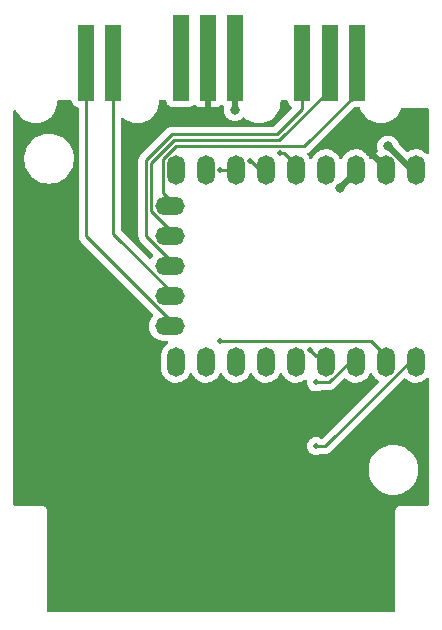
<source format=gbr>
%TF.GenerationSoftware,KiCad,Pcbnew,(6.0.5)*%
%TF.CreationDate,2023-02-05T19:42:25+01:00*%
%TF.ProjectId,PicoMemcard-rp2040zero,5069636f-4d65-46d6-9361-72642d727032,1.3.1*%
%TF.SameCoordinates,Original*%
%TF.FileFunction,Copper,L1,Top*%
%TF.FilePolarity,Positive*%
%FSLAX46Y46*%
G04 Gerber Fmt 4.6, Leading zero omitted, Abs format (unit mm)*
G04 Created by KiCad (PCBNEW (6.0.5)) date 2023-02-05 19:42:25*
%MOMM*%
%LPD*%
G01*
G04 APERTURE LIST*
%TA.AperFunction,SMDPad,CuDef*%
%ADD10O,1.500000X2.500000*%
%TD*%
%TA.AperFunction,SMDPad,CuDef*%
%ADD11O,2.500000X1.500000*%
%TD*%
%TA.AperFunction,SMDPad,CuDef*%
%ADD12R,1.400000X6.500000*%
%TD*%
%TA.AperFunction,SMDPad,CuDef*%
%ADD13R,1.400000X7.300000*%
%TD*%
%TA.AperFunction,ViaPad*%
%ADD14C,0.800000*%
%TD*%
%TA.AperFunction,ViaPad*%
%ADD15C,0.500000*%
%TD*%
%TA.AperFunction,Conductor*%
%ADD16C,0.254000*%
%TD*%
%TA.AperFunction,Conductor*%
%ADD17C,0.500000*%
%TD*%
G04 APERTURE END LIST*
D10*
%TO.P,U1,1,0*%
%TO.N,MISO*%
X165420000Y-92930000D03*
%TO.P,U1,2,1*%
%TO.N,CS*%
X162880000Y-92930000D03*
%TO.P,U1,3,2*%
%TO.N,SCK*%
X160340000Y-92930000D03*
%TO.P,U1,4,3*%
%TO.N,MOSI*%
X157800000Y-92930000D03*
%TO.P,U1,5,4*%
%TO.N,unconnected-(U1-Pad5)*%
X155260000Y-92930000D03*
%TO.P,U1,6,5*%
%TO.N,unconnected-(U1-Pad6)*%
X152720000Y-92930000D03*
%TO.P,U1,7,6*%
%TO.N,unconnected-(U1-Pad7)*%
X150180000Y-92930000D03*
%TO.P,U1,8,7*%
%TO.N,unconnected-(U1-Pad8)*%
X147640000Y-92930000D03*
%TO.P,U1,9,8*%
%TO.N,unconnected-(U1-Pad9)*%
X145100000Y-92930000D03*
D11*
%TO.P,U1,10,9*%
%TO.N,DAT*%
X144600000Y-89890000D03*
%TO.P,U1,11,10*%
%TO.N,CMD*%
X144600000Y-87350000D03*
%TO.P,U1,12,11*%
%TO.N,SEL*%
X144600000Y-84810000D03*
%TO.P,U1,13,12*%
%TO.N,CLK*%
X144600000Y-82270000D03*
%TO.P,U1,14,13*%
%TO.N,ACK*%
X144600000Y-79730000D03*
D10*
%TO.P,U1,15,14*%
%TO.N,unconnected-(U1-Pad15)*%
X145100000Y-76690000D03*
%TO.P,U1,16,15*%
%TO.N,unconnected-(U1-Pad16)*%
X147640000Y-76690000D03*
%TO.P,U1,17,26*%
%TO.N,GP26*%
X150180000Y-76690000D03*
%TO.P,U1,18,27*%
%TO.N,GP27*%
X152720000Y-76690000D03*
%TO.P,U1,19,28*%
%TO.N,GP28*%
X155260000Y-76690000D03*
%TO.P,U1,20,29*%
%TO.N,unconnected-(U1-Pad20)*%
X157800000Y-76690000D03*
%TO.P,U1,21,3V3*%
%TO.N,+3V3*%
X160340000Y-76690000D03*
%TO.P,U1,22,GND*%
%TO.N,GND*%
X162880000Y-76690000D03*
%TO.P,U1,23,5V*%
%TO.N,+5V*%
X165420000Y-76690000D03*
%TD*%
D12*
%TO.P,J1,1,DAT*%
%TO.N,DAT*%
X137520000Y-67600000D03*
%TO.P,J1,2,CMD*%
%TO.N,CMD*%
X139820000Y-67600000D03*
D13*
%TO.P,J1,3,7.5V*%
%TO.N,unconnected-(J1-Pad3)*%
X145520000Y-67200000D03*
%TO.P,J1,4,GND*%
%TO.N,GND*%
X147820000Y-67200000D03*
%TO.P,J1,5,5V*%
%TO.N,+5V*%
X150120000Y-67200000D03*
D12*
%TO.P,J1,6,SEL*%
%TO.N,SEL*%
X155820000Y-67600000D03*
%TO.P,J1,7,CLK*%
%TO.N,CLK*%
X158120000Y-67600000D03*
%TO.P,J1,8,ACK*%
%TO.N,ACK*%
X160420000Y-67600000D03*
%TD*%
D14*
%TO.N,GND*%
X133096000Y-80772000D03*
X146050000Y-111252000D03*
X142240000Y-92964000D03*
X141478000Y-73914000D03*
X161544000Y-75184000D03*
X156464000Y-102616000D03*
X146304000Y-72136000D03*
X163830000Y-96520000D03*
D15*
%TO.N,GP26*%
X148844000Y-76708000D03*
%TO.N,GP27*%
X151384000Y-75946000D03*
%TO.N,GP28*%
X153924000Y-75252500D03*
%TO.N,MISO*%
X156972000Y-100076000D03*
D14*
%TO.N,+5V*%
X163068000Y-74676000D03*
X150114000Y-71628000D03*
D15*
%TO.N,CS*%
X148844000Y-91186000D03*
%TO.N,SCK*%
X156972000Y-94673500D03*
%TO.N,MOSI*%
X156464000Y-91948000D03*
D14*
%TO.N,+3V3*%
X159004000Y-78232000D03*
%TD*%
D16*
%TO.N,DAT*%
X145100000Y-89890000D02*
X137520000Y-82310000D01*
X137520000Y-82310000D02*
X137520000Y-67600000D01*
%TO.N,CMD*%
X139820000Y-82070000D02*
X139820000Y-67600000D01*
X145100000Y-87350000D02*
X139820000Y-82070000D01*
D17*
%TO.N,GND*%
X161544000Y-75184000D02*
X162880000Y-76520000D01*
D16*
%TO.N,SEL*%
X142569960Y-75870040D02*
X144780000Y-73660000D01*
X144780000Y-73660000D02*
X153670000Y-73660000D01*
X142569960Y-82279960D02*
X142569960Y-75870040D01*
X145100000Y-84810000D02*
X142569960Y-82279960D01*
X155820000Y-71510000D02*
X155820000Y-67600000D01*
X153670000Y-73660000D02*
X155820000Y-71510000D01*
%TO.N,CLK*%
X153855022Y-74168000D02*
X158120000Y-69903022D01*
X143023480Y-80193480D02*
X143023480Y-76102717D01*
X144958197Y-74168000D02*
X153855022Y-74168000D01*
X145100000Y-82270000D02*
X143023480Y-80193480D01*
X143023480Y-76102717D02*
X144958197Y-74168000D01*
%TO.N,ACK*%
X145100000Y-79730000D02*
X144023480Y-78653480D01*
X144023480Y-75744091D02*
X145091571Y-74676000D01*
X145091571Y-74676000D02*
X155956000Y-74676000D01*
X144023480Y-78653480D02*
X144023480Y-75744091D01*
X155956000Y-74676000D02*
X160420000Y-70212000D01*
%TO.N,GP26*%
X148844000Y-76708000D02*
X149698000Y-76708000D01*
%TO.N,GP27*%
X151476000Y-75946000D02*
X152720000Y-77190000D01*
X151384000Y-75946000D02*
X151476000Y-75946000D01*
%TO.N,GP28*%
X154246500Y-75252500D02*
X155260000Y-76266000D01*
X153924000Y-75252500D02*
X154246500Y-75252500D01*
%TO.N,MISO*%
X157774000Y-100076000D02*
X156972000Y-100076000D01*
X165420000Y-92430000D02*
X157774000Y-100076000D01*
D17*
%TO.N,+5V*%
X163068000Y-74676000D02*
X163068000Y-74681623D01*
X150120000Y-67200000D02*
X150120000Y-71622000D01*
X150120000Y-71622000D02*
X150114000Y-71628000D01*
X163068000Y-74681623D02*
X165420000Y-77033623D01*
D16*
%TO.N,CS*%
X161636000Y-91186000D02*
X148844000Y-91186000D01*
X162880000Y-92430000D02*
X161636000Y-91186000D01*
%TO.N,SCK*%
X158096500Y-94673500D02*
X156972000Y-94673500D01*
X160340000Y-92430000D02*
X158096500Y-94673500D01*
%TO.N,MOSI*%
X157800000Y-92430000D02*
X156946000Y-92430000D01*
X156946000Y-92430000D02*
X156464000Y-91948000D01*
D17*
%TO.N,+3V3*%
X160046000Y-77190000D02*
X159004000Y-78232000D01*
%TD*%
%TA.AperFunction,Conductor*%
%TO.N,GND*%
G36*
X136253621Y-70770002D02*
G01*
X136300114Y-70823658D01*
X136311500Y-70876000D01*
X136311500Y-70898134D01*
X136318255Y-70960316D01*
X136369385Y-71096705D01*
X136456739Y-71213261D01*
X136573295Y-71300615D01*
X136709684Y-71351745D01*
X136768469Y-71358131D01*
X136771866Y-71358500D01*
X136771679Y-71360223D01*
X136832209Y-71381585D01*
X136875756Y-71437657D01*
X136884500Y-71483776D01*
X136884500Y-82230980D01*
X136883970Y-82242214D01*
X136882292Y-82249719D01*
X136882541Y-82257638D01*
X136884438Y-82318012D01*
X136884500Y-82321969D01*
X136884500Y-82349983D01*
X136884996Y-82353908D01*
X136884996Y-82353909D01*
X136885008Y-82354004D01*
X136885941Y-82365849D01*
X136887335Y-82410205D01*
X136891462Y-82424410D01*
X136893013Y-82429748D01*
X136897023Y-82449112D01*
X136899573Y-82469299D01*
X136902489Y-82476663D01*
X136902490Y-82476668D01*
X136915907Y-82510556D01*
X136919752Y-82521785D01*
X136932131Y-82564393D01*
X136936169Y-82571220D01*
X136936170Y-82571223D01*
X136942488Y-82581906D01*
X136951188Y-82599664D01*
X136955761Y-82611215D01*
X136955765Y-82611221D01*
X136958681Y-82618588D01*
X136963339Y-82624999D01*
X136963340Y-82625001D01*
X136984764Y-82654488D01*
X136991281Y-82664410D01*
X137009826Y-82695768D01*
X137009829Y-82695772D01*
X137013866Y-82702598D01*
X137028250Y-82716982D01*
X137041091Y-82732016D01*
X137053058Y-82748487D01*
X137059166Y-82753540D01*
X137087255Y-82776777D01*
X137096035Y-82784767D01*
X143172068Y-88860800D01*
X143206094Y-88923112D01*
X143201029Y-88993927D01*
X143173457Y-89037580D01*
X143118008Y-89094799D01*
X142992710Y-89281262D01*
X142902412Y-89486967D01*
X142849968Y-89705411D01*
X142837037Y-89929690D01*
X142864025Y-90152715D01*
X142930082Y-90367435D01*
X142932652Y-90372415D01*
X142932654Y-90372419D01*
X142986654Y-90477042D01*
X143033118Y-90567064D01*
X143169877Y-90745292D01*
X143336036Y-90896485D01*
X143340783Y-90899463D01*
X143340786Y-90899465D01*
X143521595Y-91012885D01*
X143526344Y-91015864D01*
X143734783Y-91099656D01*
X143954767Y-91145213D01*
X143959378Y-91145479D01*
X143959379Y-91145479D01*
X144009952Y-91148395D01*
X144009956Y-91148395D01*
X144011775Y-91148500D01*
X144331447Y-91148500D01*
X144399568Y-91168502D01*
X144446061Y-91222158D01*
X144456165Y-91292432D01*
X144426671Y-91357012D01*
X144408151Y-91374463D01*
X144244708Y-91499877D01*
X144093515Y-91666036D01*
X143974136Y-91856344D01*
X143890344Y-92064783D01*
X143844787Y-92284767D01*
X143841500Y-92341775D01*
X143841500Y-93486999D01*
X143856383Y-93653762D01*
X143915663Y-93870451D01*
X143918075Y-93875509D01*
X143918077Y-93875513D01*
X143943592Y-93929005D01*
X144012378Y-94073218D01*
X144143471Y-94255654D01*
X144147503Y-94259561D01*
X144249014Y-94357932D01*
X144304799Y-94411992D01*
X144491262Y-94537290D01*
X144696967Y-94627588D01*
X144702418Y-94628897D01*
X144702422Y-94628898D01*
X144909954Y-94678722D01*
X144915411Y-94680032D01*
X144999475Y-94684879D01*
X145134083Y-94692640D01*
X145134086Y-94692640D01*
X145139690Y-94692963D01*
X145362715Y-94665975D01*
X145577435Y-94599918D01*
X145582415Y-94597348D01*
X145582419Y-94597346D01*
X145772081Y-94499454D01*
X145772082Y-94499454D01*
X145777064Y-94496882D01*
X145781519Y-94493464D01*
X145811735Y-94470278D01*
X145955292Y-94360123D01*
X146106485Y-94193964D01*
X146225864Y-94003656D01*
X146252961Y-93936250D01*
X146296925Y-93880510D01*
X146364050Y-93857384D01*
X146433021Y-93874221D01*
X146483592Y-93929005D01*
X146552378Y-94073218D01*
X146683471Y-94255654D01*
X146687503Y-94259561D01*
X146789014Y-94357932D01*
X146844799Y-94411992D01*
X147031262Y-94537290D01*
X147236967Y-94627588D01*
X147242418Y-94628897D01*
X147242422Y-94628898D01*
X147449954Y-94678722D01*
X147455411Y-94680032D01*
X147539475Y-94684879D01*
X147674083Y-94692640D01*
X147674086Y-94692640D01*
X147679690Y-94692963D01*
X147902715Y-94665975D01*
X148117435Y-94599918D01*
X148122415Y-94597348D01*
X148122419Y-94597346D01*
X148312081Y-94499454D01*
X148312082Y-94499454D01*
X148317064Y-94496882D01*
X148321519Y-94493464D01*
X148351735Y-94470278D01*
X148495292Y-94360123D01*
X148646485Y-94193964D01*
X148765864Y-94003656D01*
X148792961Y-93936250D01*
X148836925Y-93880510D01*
X148904050Y-93857384D01*
X148973021Y-93874221D01*
X149023592Y-93929005D01*
X149092378Y-94073218D01*
X149223471Y-94255654D01*
X149227503Y-94259561D01*
X149329014Y-94357932D01*
X149384799Y-94411992D01*
X149571262Y-94537290D01*
X149776967Y-94627588D01*
X149782418Y-94628897D01*
X149782422Y-94628898D01*
X149989954Y-94678722D01*
X149995411Y-94680032D01*
X150079475Y-94684879D01*
X150214083Y-94692640D01*
X150214086Y-94692640D01*
X150219690Y-94692963D01*
X150442715Y-94665975D01*
X150657435Y-94599918D01*
X150662415Y-94597348D01*
X150662419Y-94597346D01*
X150852081Y-94499454D01*
X150852082Y-94499454D01*
X150857064Y-94496882D01*
X150861519Y-94493464D01*
X150891735Y-94470278D01*
X151035292Y-94360123D01*
X151186485Y-94193964D01*
X151305864Y-94003656D01*
X151332961Y-93936250D01*
X151376925Y-93880510D01*
X151444050Y-93857384D01*
X151513021Y-93874221D01*
X151563592Y-93929005D01*
X151632378Y-94073218D01*
X151763471Y-94255654D01*
X151767503Y-94259561D01*
X151869014Y-94357932D01*
X151924799Y-94411992D01*
X152111262Y-94537290D01*
X152316967Y-94627588D01*
X152322418Y-94628897D01*
X152322422Y-94628898D01*
X152529954Y-94678722D01*
X152535411Y-94680032D01*
X152619475Y-94684879D01*
X152754083Y-94692640D01*
X152754086Y-94692640D01*
X152759690Y-94692963D01*
X152982715Y-94665975D01*
X153197435Y-94599918D01*
X153202415Y-94597348D01*
X153202419Y-94597346D01*
X153392081Y-94499454D01*
X153392082Y-94499454D01*
X153397064Y-94496882D01*
X153401519Y-94493464D01*
X153431735Y-94470278D01*
X153575292Y-94360123D01*
X153726485Y-94193964D01*
X153845864Y-94003656D01*
X153872961Y-93936250D01*
X153916925Y-93880510D01*
X153984050Y-93857384D01*
X154053021Y-93874221D01*
X154103592Y-93929005D01*
X154172378Y-94073218D01*
X154303471Y-94255654D01*
X154307503Y-94259561D01*
X154409014Y-94357932D01*
X154464799Y-94411992D01*
X154651262Y-94537290D01*
X154856967Y-94627588D01*
X154862418Y-94628897D01*
X154862422Y-94628898D01*
X155069954Y-94678722D01*
X155075411Y-94680032D01*
X155159475Y-94684879D01*
X155294083Y-94692640D01*
X155294086Y-94692640D01*
X155299690Y-94692963D01*
X155522715Y-94665975D01*
X155737435Y-94599918D01*
X155742415Y-94597348D01*
X155742419Y-94597346D01*
X155932081Y-94499454D01*
X155932082Y-94499454D01*
X155937064Y-94496882D01*
X155941516Y-94493466D01*
X155941519Y-94493464D01*
X156021602Y-94432014D01*
X156087822Y-94406413D01*
X156157371Y-94420677D01*
X156208167Y-94470278D01*
X156224083Y-94539468D01*
X156223314Y-94547753D01*
X156208775Y-94662843D01*
X156225381Y-94832199D01*
X156279094Y-94993667D01*
X156282741Y-94999689D01*
X156282742Y-94999691D01*
X156347274Y-95106245D01*
X156367246Y-95139223D01*
X156485455Y-95261632D01*
X156627846Y-95354810D01*
X156634450Y-95357266D01*
X156634452Y-95357267D01*
X156670844Y-95370801D01*
X156787341Y-95414126D01*
X156956015Y-95436632D01*
X156963026Y-95435994D01*
X156963030Y-95435994D01*
X157118462Y-95421848D01*
X157125483Y-95421209D01*
X157132185Y-95419031D01*
X157132187Y-95419031D01*
X157280623Y-95370801D01*
X157280626Y-95370800D01*
X157287322Y-95368624D01*
X157357531Y-95326771D01*
X157422048Y-95309000D01*
X158017480Y-95309000D01*
X158028714Y-95309530D01*
X158036219Y-95311208D01*
X158104512Y-95309062D01*
X158108469Y-95309000D01*
X158136483Y-95309000D01*
X158140408Y-95308504D01*
X158140409Y-95308504D01*
X158140504Y-95308492D01*
X158152349Y-95307559D01*
X158182170Y-95306622D01*
X158188782Y-95306414D01*
X158188783Y-95306414D01*
X158196705Y-95306165D01*
X158216249Y-95300487D01*
X158235612Y-95296477D01*
X158247940Y-95294920D01*
X158247942Y-95294920D01*
X158255799Y-95293927D01*
X158263163Y-95291011D01*
X158263168Y-95291010D01*
X158297056Y-95277593D01*
X158308285Y-95273748D01*
X158336708Y-95265490D01*
X158350893Y-95261369D01*
X158357720Y-95257331D01*
X158357723Y-95257330D01*
X158368406Y-95251012D01*
X158386164Y-95242312D01*
X158397715Y-95237739D01*
X158397721Y-95237735D01*
X158405088Y-95234819D01*
X158440991Y-95208734D01*
X158450910Y-95202219D01*
X158482268Y-95183674D01*
X158482272Y-95183671D01*
X158489098Y-95179634D01*
X158503482Y-95165250D01*
X158518516Y-95152409D01*
X158528573Y-95145102D01*
X158534987Y-95140442D01*
X158563278Y-95106244D01*
X158571267Y-95097465D01*
X159310800Y-94357932D01*
X159373112Y-94323906D01*
X159443927Y-94328971D01*
X159487580Y-94356543D01*
X159544799Y-94411992D01*
X159731262Y-94537290D01*
X159936967Y-94627588D01*
X159942418Y-94628897D01*
X159942422Y-94628898D01*
X160149954Y-94678722D01*
X160155411Y-94680032D01*
X160239475Y-94684879D01*
X160374083Y-94692640D01*
X160374086Y-94692640D01*
X160379690Y-94692963D01*
X160602715Y-94665975D01*
X160817435Y-94599918D01*
X160822415Y-94597348D01*
X160822419Y-94597346D01*
X161012081Y-94499454D01*
X161012082Y-94499454D01*
X161017064Y-94496882D01*
X161021519Y-94493464D01*
X161051735Y-94470278D01*
X161195292Y-94360123D01*
X161346485Y-94193964D01*
X161465864Y-94003656D01*
X161492961Y-93936250D01*
X161536925Y-93880510D01*
X161604050Y-93857384D01*
X161673021Y-93874221D01*
X161723592Y-93929005D01*
X161792378Y-94073218D01*
X161923471Y-94255654D01*
X161927503Y-94259561D01*
X162029014Y-94357932D01*
X162084799Y-94411992D01*
X162097724Y-94420677D01*
X162229527Y-94509245D01*
X162274912Y-94563841D01*
X162283575Y-94634307D01*
X162248346Y-94702922D01*
X157547672Y-99403595D01*
X157485360Y-99437621D01*
X157458577Y-99440500D01*
X157422866Y-99440500D01*
X157355352Y-99420885D01*
X157312562Y-99393729D01*
X157312558Y-99393727D01*
X157306608Y-99389951D01*
X157146300Y-99332868D01*
X156977329Y-99312720D01*
X156970326Y-99313456D01*
X156970325Y-99313456D01*
X156815101Y-99329770D01*
X156815097Y-99329771D01*
X156808093Y-99330507D01*
X156801422Y-99332778D01*
X156653673Y-99383075D01*
X156653670Y-99383076D01*
X156647003Y-99385346D01*
X156641005Y-99389036D01*
X156641003Y-99389037D01*
X156508065Y-99470821D01*
X156508063Y-99470823D01*
X156502066Y-99474512D01*
X156380486Y-99593573D01*
X156288304Y-99736610D01*
X156230103Y-99896516D01*
X156208775Y-100065343D01*
X156225381Y-100234699D01*
X156279094Y-100396167D01*
X156282741Y-100402189D01*
X156282742Y-100402191D01*
X156347274Y-100508745D01*
X156367246Y-100541723D01*
X156485455Y-100664132D01*
X156627846Y-100757310D01*
X156634450Y-100759766D01*
X156634452Y-100759767D01*
X156670844Y-100773301D01*
X156787341Y-100816626D01*
X156956015Y-100839132D01*
X156963026Y-100838494D01*
X156963030Y-100838494D01*
X157118462Y-100824348D01*
X157125483Y-100823709D01*
X157132185Y-100821531D01*
X157132187Y-100821531D01*
X157280623Y-100773301D01*
X157280626Y-100773300D01*
X157287322Y-100771124D01*
X157357531Y-100729271D01*
X157422048Y-100711500D01*
X157694980Y-100711500D01*
X157706214Y-100712030D01*
X157713719Y-100713708D01*
X157782012Y-100711562D01*
X157785969Y-100711500D01*
X157813983Y-100711500D01*
X157817908Y-100711004D01*
X157817909Y-100711004D01*
X157818004Y-100710992D01*
X157829849Y-100710059D01*
X157859670Y-100709122D01*
X157866282Y-100708914D01*
X157866283Y-100708914D01*
X157874205Y-100708665D01*
X157893749Y-100702987D01*
X157913112Y-100698977D01*
X157925440Y-100697420D01*
X157925442Y-100697420D01*
X157933299Y-100696427D01*
X157940663Y-100693511D01*
X157940668Y-100693510D01*
X157974556Y-100680093D01*
X157985785Y-100676248D01*
X158014208Y-100667990D01*
X158028393Y-100663869D01*
X158035220Y-100659831D01*
X158035223Y-100659830D01*
X158045906Y-100653512D01*
X158063664Y-100644812D01*
X158075215Y-100640239D01*
X158075221Y-100640235D01*
X158082588Y-100637319D01*
X158097371Y-100626579D01*
X158118488Y-100611236D01*
X158128410Y-100604719D01*
X158159768Y-100586174D01*
X158159772Y-100586171D01*
X158166598Y-100582134D01*
X158180982Y-100567750D01*
X158196016Y-100554909D01*
X158206073Y-100547602D01*
X158212487Y-100542942D01*
X158240778Y-100508744D01*
X158248767Y-100499965D01*
X164390800Y-94357932D01*
X164453112Y-94323906D01*
X164523927Y-94328971D01*
X164567580Y-94356543D01*
X164624799Y-94411992D01*
X164811262Y-94537290D01*
X165016967Y-94627588D01*
X165022418Y-94628897D01*
X165022422Y-94628898D01*
X165229954Y-94678722D01*
X165235411Y-94680032D01*
X165319475Y-94684879D01*
X165454083Y-94692640D01*
X165454086Y-94692640D01*
X165459690Y-94692963D01*
X165682715Y-94665975D01*
X165897435Y-94599918D01*
X165902415Y-94597348D01*
X165902419Y-94597346D01*
X166092081Y-94499454D01*
X166092082Y-94499454D01*
X166097064Y-94496882D01*
X166101519Y-94493464D01*
X166131735Y-94470278D01*
X166275292Y-94360123D01*
X166279063Y-94355978D01*
X166279067Y-94355975D01*
X166322306Y-94308456D01*
X166382946Y-94271533D01*
X166453922Y-94273256D01*
X166512699Y-94313078D01*
X166540616Y-94378356D01*
X166541500Y-94393255D01*
X166541500Y-104965500D01*
X166521498Y-105033621D01*
X166467842Y-105080114D01*
X166415500Y-105091500D01*
X164208623Y-105091500D01*
X164207853Y-105091498D01*
X164207037Y-105091493D01*
X164130279Y-105091024D01*
X164107918Y-105097415D01*
X164101847Y-105099150D01*
X164085085Y-105102728D01*
X164055813Y-105106920D01*
X164047645Y-105110634D01*
X164047644Y-105110634D01*
X164032438Y-105117548D01*
X164014914Y-105123996D01*
X163990229Y-105131051D01*
X163982635Y-105135843D01*
X163982632Y-105135844D01*
X163965220Y-105146830D01*
X163950137Y-105154969D01*
X163923218Y-105167208D01*
X163916416Y-105173069D01*
X163903765Y-105183970D01*
X163888761Y-105195073D01*
X163867042Y-105208776D01*
X163861103Y-105215501D01*
X163861099Y-105215504D01*
X163847468Y-105230938D01*
X163835276Y-105242982D01*
X163819673Y-105256427D01*
X163819671Y-105256430D01*
X163812873Y-105262287D01*
X163807993Y-105269816D01*
X163807992Y-105269817D01*
X163798906Y-105283835D01*
X163787615Y-105298709D01*
X163776569Y-105311217D01*
X163770622Y-105317951D01*
X163764312Y-105331391D01*
X163758058Y-105344711D01*
X163749737Y-105359691D01*
X163738529Y-105376983D01*
X163738527Y-105376988D01*
X163733648Y-105384515D01*
X163731078Y-105393108D01*
X163731076Y-105393113D01*
X163726289Y-105409120D01*
X163719628Y-105426564D01*
X163712533Y-105441676D01*
X163708719Y-105449800D01*
X163707338Y-105458667D01*
X163707338Y-105458668D01*
X163704170Y-105479015D01*
X163700387Y-105495732D01*
X163694485Y-105515466D01*
X163694484Y-105515472D01*
X163691914Y-105524066D01*
X163691859Y-105533037D01*
X163691859Y-105533038D01*
X163691704Y-105558497D01*
X163691671Y-105559289D01*
X163691500Y-105560386D01*
X163691500Y-105591377D01*
X163691498Y-105592147D01*
X163691024Y-105669721D01*
X163691408Y-105671065D01*
X163691500Y-105672410D01*
X163691500Y-113985500D01*
X163671498Y-114053621D01*
X163617842Y-114100114D01*
X163565500Y-114111500D01*
X134334500Y-114111500D01*
X134266379Y-114091498D01*
X134219886Y-114037842D01*
X134208500Y-113985500D01*
X134208500Y-105608623D01*
X134208502Y-105607853D01*
X134208800Y-105559102D01*
X134208976Y-105530279D01*
X134200850Y-105501847D01*
X134197272Y-105485085D01*
X134194352Y-105464698D01*
X134193080Y-105455813D01*
X134182451Y-105432436D01*
X134176004Y-105414913D01*
X134171416Y-105398862D01*
X134168949Y-105390229D01*
X134164156Y-105382632D01*
X134153170Y-105365220D01*
X134145030Y-105350135D01*
X134142564Y-105344711D01*
X134132792Y-105323218D01*
X134116030Y-105303765D01*
X134104927Y-105288761D01*
X134091224Y-105267042D01*
X134084499Y-105261103D01*
X134084496Y-105261099D01*
X134069062Y-105247468D01*
X134057018Y-105235276D01*
X134043573Y-105219673D01*
X134043570Y-105219671D01*
X134037713Y-105212873D01*
X134024009Y-105203990D01*
X134016165Y-105198906D01*
X134001291Y-105187615D01*
X133988783Y-105176569D01*
X133988782Y-105176568D01*
X133982049Y-105170622D01*
X133955287Y-105158057D01*
X133940309Y-105149737D01*
X133923017Y-105138529D01*
X133923012Y-105138527D01*
X133915485Y-105133648D01*
X133906892Y-105131078D01*
X133906887Y-105131076D01*
X133890880Y-105126289D01*
X133873436Y-105119628D01*
X133858324Y-105112533D01*
X133858322Y-105112532D01*
X133850200Y-105108719D01*
X133841333Y-105107338D01*
X133841332Y-105107338D01*
X133830478Y-105105648D01*
X133820983Y-105104170D01*
X133804268Y-105100387D01*
X133784534Y-105094485D01*
X133784528Y-105094484D01*
X133775934Y-105091914D01*
X133766963Y-105091859D01*
X133766962Y-105091859D01*
X133756903Y-105091798D01*
X133741494Y-105091704D01*
X133740711Y-105091671D01*
X133739614Y-105091500D01*
X133708623Y-105091500D01*
X133707853Y-105091498D01*
X133634215Y-105091048D01*
X133634214Y-105091048D01*
X133630279Y-105091024D01*
X133628935Y-105091408D01*
X133627590Y-105091500D01*
X131484500Y-105091500D01*
X131416379Y-105071498D01*
X131369886Y-105017842D01*
X131358500Y-104965500D01*
X131358500Y-102202703D01*
X161420743Y-102202703D01*
X161458268Y-102487734D01*
X161534129Y-102765036D01*
X161646923Y-103029476D01*
X161794561Y-103276161D01*
X161974313Y-103500528D01*
X162182851Y-103698423D01*
X162416317Y-103866186D01*
X162420112Y-103868195D01*
X162420113Y-103868196D01*
X162441869Y-103879715D01*
X162670392Y-104000712D01*
X162940373Y-104099511D01*
X163221264Y-104160755D01*
X163249841Y-104163004D01*
X163444282Y-104178307D01*
X163444291Y-104178307D01*
X163446739Y-104178500D01*
X163602271Y-104178500D01*
X163604407Y-104178354D01*
X163604418Y-104178354D01*
X163812548Y-104164165D01*
X163812554Y-104164164D01*
X163816825Y-104163873D01*
X163821020Y-104163004D01*
X163821022Y-104163004D01*
X163957584Y-104134723D01*
X164098342Y-104105574D01*
X164369343Y-104009607D01*
X164624812Y-103877750D01*
X164628313Y-103875289D01*
X164628317Y-103875287D01*
X164742417Y-103795096D01*
X164860023Y-103712441D01*
X165070622Y-103516740D01*
X165252713Y-103294268D01*
X165402927Y-103049142D01*
X165518483Y-102785898D01*
X165597244Y-102509406D01*
X165637751Y-102224784D01*
X165637845Y-102206951D01*
X165639235Y-101941583D01*
X165639235Y-101941576D01*
X165639257Y-101937297D01*
X165601732Y-101652266D01*
X165525871Y-101374964D01*
X165413077Y-101110524D01*
X165265439Y-100863839D01*
X165085687Y-100639472D01*
X164877149Y-100441577D01*
X164643683Y-100273814D01*
X164621843Y-100262250D01*
X164556570Y-100227690D01*
X164389608Y-100139288D01*
X164119627Y-100040489D01*
X163838736Y-99979245D01*
X163807685Y-99976801D01*
X163615718Y-99961693D01*
X163615709Y-99961693D01*
X163613261Y-99961500D01*
X163457729Y-99961500D01*
X163455593Y-99961646D01*
X163455582Y-99961646D01*
X163247452Y-99975835D01*
X163247446Y-99975836D01*
X163243175Y-99976127D01*
X163238980Y-99976996D01*
X163238978Y-99976996D01*
X163102417Y-100005276D01*
X162961658Y-100034426D01*
X162690657Y-100130393D01*
X162435188Y-100262250D01*
X162431687Y-100264711D01*
X162431683Y-100264713D01*
X162421594Y-100271804D01*
X162199977Y-100427559D01*
X162184892Y-100441577D01*
X162070796Y-100547602D01*
X161989378Y-100623260D01*
X161807287Y-100845732D01*
X161657073Y-101090858D01*
X161541517Y-101354102D01*
X161462756Y-101630594D01*
X161422249Y-101915216D01*
X161422227Y-101919505D01*
X161422226Y-101919512D01*
X161420765Y-102198417D01*
X161420743Y-102202703D01*
X131358500Y-102202703D01*
X131358500Y-75862703D01*
X132260743Y-75862703D01*
X132298268Y-76147734D01*
X132374129Y-76425036D01*
X132486923Y-76689476D01*
X132634561Y-76936161D01*
X132814313Y-77160528D01*
X133022851Y-77358423D01*
X133256317Y-77526186D01*
X133260112Y-77528195D01*
X133260113Y-77528196D01*
X133281869Y-77539715D01*
X133510392Y-77660712D01*
X133780373Y-77759511D01*
X134061264Y-77820755D01*
X134089841Y-77823004D01*
X134284282Y-77838307D01*
X134284291Y-77838307D01*
X134286739Y-77838500D01*
X134442271Y-77838500D01*
X134444407Y-77838354D01*
X134444418Y-77838354D01*
X134652548Y-77824165D01*
X134652554Y-77824164D01*
X134656825Y-77823873D01*
X134661020Y-77823004D01*
X134661022Y-77823004D01*
X134914009Y-77770613D01*
X134938342Y-77765574D01*
X135209343Y-77669607D01*
X135464812Y-77537750D01*
X135468313Y-77535289D01*
X135468317Y-77535287D01*
X135641229Y-77413762D01*
X135700023Y-77372441D01*
X135801411Y-77278225D01*
X135907479Y-77179661D01*
X135907481Y-77179658D01*
X135910622Y-77176740D01*
X136092713Y-76954268D01*
X136242927Y-76709142D01*
X136358483Y-76445898D01*
X136437244Y-76169406D01*
X136477751Y-75884784D01*
X136477845Y-75866951D01*
X136479235Y-75601583D01*
X136479235Y-75601576D01*
X136479257Y-75597297D01*
X136478317Y-75590152D01*
X136457120Y-75429147D01*
X136441732Y-75312266D01*
X136428636Y-75264393D01*
X136395410Y-75142942D01*
X136365871Y-75034964D01*
X136325910Y-74941278D01*
X136254763Y-74774476D01*
X136254761Y-74774472D01*
X136253077Y-74770524D01*
X136105439Y-74523839D01*
X135925687Y-74299472D01*
X135717149Y-74101577D01*
X135483683Y-73933814D01*
X135461843Y-73922250D01*
X135413338Y-73896568D01*
X135229608Y-73799288D01*
X134959627Y-73700489D01*
X134678736Y-73639245D01*
X134647685Y-73636801D01*
X134455718Y-73621693D01*
X134455709Y-73621693D01*
X134453261Y-73621500D01*
X134297729Y-73621500D01*
X134295593Y-73621646D01*
X134295582Y-73621646D01*
X134087452Y-73635835D01*
X134087446Y-73635836D01*
X134083175Y-73636127D01*
X134078980Y-73636996D01*
X134078978Y-73636996D01*
X133942417Y-73665276D01*
X133801658Y-73694426D01*
X133530657Y-73790393D01*
X133275188Y-73922250D01*
X133271687Y-73924711D01*
X133271683Y-73924713D01*
X133261594Y-73931804D01*
X133039977Y-74087559D01*
X132829378Y-74283260D01*
X132647287Y-74505732D01*
X132497073Y-74750858D01*
X132495347Y-74754791D01*
X132495346Y-74754792D01*
X132413484Y-74941278D01*
X132381517Y-75014102D01*
X132380342Y-75018229D01*
X132380341Y-75018230D01*
X132379081Y-75022654D01*
X132302756Y-75290594D01*
X132262249Y-75575216D01*
X132262227Y-75579505D01*
X132262226Y-75579512D01*
X132260765Y-75858417D01*
X132260743Y-75862703D01*
X131358500Y-75862703D01*
X131358500Y-71701078D01*
X131378502Y-71632957D01*
X131432158Y-71586464D01*
X131502432Y-71576360D01*
X131567012Y-71605854D01*
X131599111Y-71648729D01*
X131599280Y-71649099D01*
X131600856Y-71653324D01*
X131603018Y-71657282D01*
X131603018Y-71657283D01*
X131694177Y-71824206D01*
X131724868Y-71880406D01*
X131727567Y-71884010D01*
X131727567Y-71884011D01*
X131876931Y-72083507D01*
X131879939Y-72087525D01*
X132062910Y-72270465D01*
X132066511Y-72273160D01*
X132066512Y-72273161D01*
X132111546Y-72306866D01*
X132270056Y-72425500D01*
X132273999Y-72427652D01*
X132274003Y-72427655D01*
X132493210Y-72547317D01*
X132497160Y-72549473D01*
X132501378Y-72551045D01*
X132501381Y-72551047D01*
X132735377Y-72638288D01*
X132735381Y-72638289D01*
X132739597Y-72639861D01*
X132743994Y-72640817D01*
X132743998Y-72640818D01*
X132988030Y-72693866D01*
X132988036Y-72693867D01*
X132992430Y-72694822D01*
X133250512Y-72713238D01*
X133255003Y-72712916D01*
X133255006Y-72712916D01*
X133500861Y-72695287D01*
X133508587Y-72694733D01*
X133761402Y-72639685D01*
X133997776Y-72551465D01*
X133999593Y-72550787D01*
X133999596Y-72550786D01*
X134003807Y-72549214D01*
X134007750Y-72547060D01*
X134007754Y-72547058D01*
X134225708Y-72427982D01*
X134230868Y-72425163D01*
X134234470Y-72422465D01*
X134234475Y-72422462D01*
X134433245Y-72273589D01*
X134437961Y-72270057D01*
X134441139Y-72266877D01*
X134441144Y-72266873D01*
X134617688Y-72090237D01*
X134617690Y-72090234D01*
X134620869Y-72087054D01*
X134772376Y-71884550D01*
X134773173Y-71883485D01*
X134773175Y-71883481D01*
X134775869Y-71879881D01*
X134880973Y-71687266D01*
X134897648Y-71656707D01*
X134897650Y-71656703D01*
X134899803Y-71652757D01*
X134977354Y-71444640D01*
X134988576Y-71414526D01*
X134988577Y-71414523D01*
X134990149Y-71410304D01*
X135045066Y-71157462D01*
X135061122Y-70931912D01*
X135062543Y-70919996D01*
X135062799Y-70918476D01*
X135063898Y-70911928D01*
X135064047Y-70899376D01*
X135063260Y-70893895D01*
X135063295Y-70893650D01*
X135063037Y-70889701D01*
X135063872Y-70889646D01*
X135073384Y-70823625D01*
X135119893Y-70769982D01*
X135187983Y-70750000D01*
X136185500Y-70750000D01*
X136253621Y-70770002D01*
G37*
%TD.AperFunction*%
%TA.AperFunction,Conductor*%
G36*
X144253621Y-70770002D02*
G01*
X144300114Y-70823658D01*
X144311500Y-70876000D01*
X144311500Y-70898134D01*
X144318255Y-70960316D01*
X144369385Y-71096705D01*
X144456739Y-71213261D01*
X144573295Y-71300615D01*
X144709684Y-71351745D01*
X144771866Y-71358500D01*
X146268134Y-71358500D01*
X146330316Y-71351745D01*
X146466705Y-71300615D01*
X146583261Y-71213261D01*
X146584392Y-71211752D01*
X146643574Y-71179435D01*
X146714389Y-71184500D01*
X146759452Y-71213461D01*
X146764276Y-71218285D01*
X146866351Y-71294786D01*
X146881946Y-71303324D01*
X147002394Y-71348478D01*
X147017649Y-71352105D01*
X147068514Y-71357631D01*
X147075328Y-71358000D01*
X147547885Y-71358000D01*
X147563124Y-71353525D01*
X147564329Y-71352135D01*
X147566000Y-71344452D01*
X147566000Y-70750000D01*
X148074000Y-70750000D01*
X148074000Y-71339884D01*
X148078475Y-71355123D01*
X148079865Y-71356328D01*
X148087548Y-71357999D01*
X148564669Y-71357999D01*
X148571490Y-71357629D01*
X148622352Y-71352105D01*
X148637604Y-71348479D01*
X148758054Y-71303324D01*
X148773649Y-71294786D01*
X148875724Y-71218285D01*
X148880548Y-71213461D01*
X148942860Y-71179435D01*
X149013675Y-71184500D01*
X149055171Y-71211168D01*
X149056739Y-71213261D01*
X149069139Y-71222554D01*
X149173295Y-71300615D01*
X149171404Y-71303139D01*
X149210533Y-71342346D01*
X149225554Y-71411736D01*
X149223131Y-71428816D01*
X149222499Y-71431792D01*
X149220458Y-71438072D01*
X149200496Y-71628000D01*
X149220458Y-71817928D01*
X149279473Y-71999556D01*
X149374960Y-72164944D01*
X149379378Y-72169851D01*
X149379379Y-72169852D01*
X149469604Y-72270057D01*
X149502747Y-72306866D01*
X149657248Y-72419118D01*
X149663276Y-72421802D01*
X149663278Y-72421803D01*
X149825681Y-72494109D01*
X149831712Y-72496794D01*
X149925112Y-72516647D01*
X150012056Y-72535128D01*
X150012061Y-72535128D01*
X150018513Y-72536500D01*
X150209487Y-72536500D01*
X150215939Y-72535128D01*
X150215944Y-72535128D01*
X150302888Y-72516647D01*
X150396288Y-72496794D01*
X150402319Y-72494109D01*
X150564722Y-72421803D01*
X150564724Y-72421802D01*
X150570752Y-72419118D01*
X150725253Y-72306866D01*
X150766088Y-72261514D01*
X150826534Y-72224274D01*
X150897517Y-72225626D01*
X150948819Y-72256729D01*
X150962977Y-72270887D01*
X151170071Y-72425916D01*
X151174025Y-72428075D01*
X151393173Y-72547739D01*
X151393181Y-72547743D01*
X151397121Y-72549894D01*
X151401333Y-72551465D01*
X151635295Y-72638729D01*
X151635301Y-72638731D01*
X151639503Y-72640298D01*
X151643889Y-72641252D01*
X151643892Y-72641253D01*
X151794027Y-72673913D01*
X151892284Y-72695287D01*
X152150318Y-72713742D01*
X152154806Y-72713421D01*
X152155967Y-72713338D01*
X152408352Y-72695287D01*
X152506609Y-72673913D01*
X152656744Y-72641253D01*
X152656747Y-72641252D01*
X152661133Y-72640298D01*
X152665335Y-72638731D01*
X152665341Y-72638729D01*
X152899303Y-72551465D01*
X152903515Y-72549894D01*
X152907455Y-72547743D01*
X152907463Y-72547739D01*
X153126611Y-72428075D01*
X153130565Y-72425916D01*
X153337659Y-72270887D01*
X153520583Y-72087963D01*
X153675612Y-71880869D01*
X153781249Y-71687409D01*
X153797435Y-71657767D01*
X153797439Y-71657759D01*
X153799590Y-71653819D01*
X153829512Y-71573595D01*
X153888425Y-71415645D01*
X153888427Y-71415639D01*
X153889994Y-71411437D01*
X153899191Y-71369162D01*
X153931223Y-71221908D01*
X153944983Y-71158656D01*
X153961110Y-70933166D01*
X153962536Y-70921251D01*
X153963087Y-70917977D01*
X153963088Y-70917963D01*
X153963894Y-70913174D01*
X153963968Y-70907135D01*
X153963988Y-70905487D01*
X153963988Y-70905483D01*
X153964047Y-70900622D01*
X153963357Y-70895802D01*
X153963079Y-70893860D01*
X153963184Y-70893136D01*
X153963041Y-70890947D01*
X153963504Y-70890917D01*
X153973223Y-70823592D01*
X154019747Y-70769963D01*
X154087807Y-70750000D01*
X154485500Y-70750000D01*
X154553621Y-70770002D01*
X154600114Y-70823658D01*
X154611500Y-70876000D01*
X154611500Y-70898134D01*
X154618255Y-70960316D01*
X154669385Y-71096705D01*
X154756739Y-71213261D01*
X154873295Y-71300615D01*
X154881703Y-71303767D01*
X154889575Y-71308077D01*
X154888299Y-71310407D01*
X154933987Y-71344718D01*
X154958696Y-71411275D01*
X154943500Y-71480627D01*
X154922099Y-71509168D01*
X153443672Y-72987595D01*
X153381360Y-73021621D01*
X153354577Y-73024500D01*
X144859032Y-73024500D01*
X144847793Y-73023970D01*
X144840281Y-73022291D01*
X144832356Y-73022540D01*
X144832355Y-73022540D01*
X144771970Y-73024438D01*
X144768012Y-73024500D01*
X144740017Y-73024500D01*
X144736083Y-73024997D01*
X144736081Y-73024997D01*
X144735994Y-73025008D01*
X144724160Y-73025940D01*
X144679796Y-73027335D01*
X144660257Y-73033012D01*
X144640896Y-73037021D01*
X144628568Y-73038578D01*
X144628558Y-73038581D01*
X144620701Y-73039573D01*
X144613333Y-73042490D01*
X144613330Y-73042491D01*
X144579446Y-73055906D01*
X144568221Y-73059750D01*
X144525607Y-73072131D01*
X144518781Y-73076168D01*
X144508091Y-73082490D01*
X144490341Y-73091187D01*
X144471412Y-73098681D01*
X144464998Y-73103341D01*
X144435514Y-73124762D01*
X144425594Y-73131278D01*
X144394229Y-73149827D01*
X144394226Y-73149829D01*
X144387402Y-73153865D01*
X144373014Y-73168253D01*
X144357980Y-73181094D01*
X144341513Y-73193058D01*
X144336460Y-73199166D01*
X144313228Y-73227249D01*
X144305238Y-73236029D01*
X142176477Y-75364790D01*
X142168151Y-75372366D01*
X142161657Y-75376487D01*
X142156234Y-75382262D01*
X142114875Y-75426305D01*
X142112120Y-75429147D01*
X142092321Y-75448946D01*
X142089897Y-75452071D01*
X142089889Y-75452080D01*
X142089823Y-75452166D01*
X142082115Y-75461191D01*
X142051743Y-75493534D01*
X142042127Y-75511026D01*
X142041938Y-75511369D01*
X142031087Y-75527887D01*
X142018610Y-75543973D01*
X142000984Y-75584706D01*
X141995767Y-75595354D01*
X141974391Y-75634237D01*
X141972420Y-75641912D01*
X141972418Y-75641918D01*
X141969329Y-75653951D01*
X141962926Y-75672653D01*
X141954843Y-75691332D01*
X141953604Y-75699157D01*
X141947900Y-75735167D01*
X141945495Y-75746780D01*
X141934460Y-75789758D01*
X141934460Y-75810105D01*
X141932909Y-75829816D01*
X141929725Y-75849919D01*
X141930471Y-75857811D01*
X141933901Y-75894096D01*
X141934460Y-75905954D01*
X141934460Y-82200940D01*
X141933930Y-82212174D01*
X141932252Y-82219679D01*
X141932501Y-82227598D01*
X141934398Y-82287972D01*
X141934460Y-82291929D01*
X141934460Y-82319943D01*
X141934956Y-82323868D01*
X141934956Y-82323869D01*
X141934968Y-82323964D01*
X141935901Y-82335809D01*
X141937295Y-82380165D01*
X141939507Y-82387777D01*
X141942973Y-82399708D01*
X141946983Y-82419072D01*
X141948332Y-82429748D01*
X141949533Y-82439259D01*
X141952449Y-82446623D01*
X141952450Y-82446628D01*
X141965867Y-82480516D01*
X141969712Y-82491745D01*
X141982091Y-82534353D01*
X141986129Y-82541180D01*
X141986130Y-82541183D01*
X141992448Y-82551866D01*
X142001148Y-82569624D01*
X142005721Y-82581175D01*
X142005725Y-82581181D01*
X142008641Y-82588548D01*
X142013299Y-82594959D01*
X142013300Y-82594961D01*
X142034724Y-82624448D01*
X142041241Y-82634370D01*
X142059786Y-82665728D01*
X142059789Y-82665732D01*
X142063826Y-82672558D01*
X142078210Y-82686942D01*
X142091051Y-82701976D01*
X142103018Y-82718447D01*
X142109126Y-82723500D01*
X142137215Y-82746737D01*
X142145995Y-82754727D01*
X143172068Y-83780800D01*
X143206094Y-83843112D01*
X143201029Y-83913927D01*
X143173457Y-83957580D01*
X143118008Y-84014799D01*
X143114881Y-84019453D01*
X143114875Y-84019460D01*
X143020754Y-84159526D01*
X142966158Y-84204911D01*
X142895692Y-84213574D01*
X142827078Y-84178345D01*
X140492405Y-81843672D01*
X140458379Y-81781360D01*
X140455500Y-81754577D01*
X140455500Y-72366583D01*
X140475502Y-72298462D01*
X140529158Y-72251969D01*
X140599432Y-72241865D01*
X140662976Y-72270888D01*
X140662977Y-72270887D01*
X140666581Y-72273585D01*
X140666586Y-72273589D01*
X140828037Y-72394450D01*
X140870071Y-72425916D01*
X140874025Y-72428075D01*
X141093173Y-72547739D01*
X141093181Y-72547743D01*
X141097121Y-72549894D01*
X141101333Y-72551465D01*
X141335295Y-72638729D01*
X141335301Y-72638731D01*
X141339503Y-72640298D01*
X141343889Y-72641252D01*
X141343892Y-72641253D01*
X141494027Y-72673913D01*
X141592284Y-72695287D01*
X141850318Y-72713742D01*
X141854806Y-72713421D01*
X141855967Y-72713338D01*
X142108352Y-72695287D01*
X142206609Y-72673913D01*
X142356744Y-72641253D01*
X142356747Y-72641252D01*
X142361133Y-72640298D01*
X142365335Y-72638731D01*
X142365341Y-72638729D01*
X142599303Y-72551465D01*
X142603515Y-72549894D01*
X142607455Y-72547743D01*
X142607463Y-72547739D01*
X142826611Y-72428075D01*
X142830565Y-72425916D01*
X143037659Y-72270887D01*
X143220583Y-72087963D01*
X143375612Y-71880869D01*
X143481249Y-71687409D01*
X143497435Y-71657767D01*
X143497439Y-71657759D01*
X143499590Y-71653819D01*
X143529512Y-71573595D01*
X143588425Y-71415645D01*
X143588427Y-71415639D01*
X143589994Y-71411437D01*
X143599191Y-71369162D01*
X143631223Y-71221908D01*
X143644983Y-71158656D01*
X143661110Y-70933166D01*
X143662536Y-70921251D01*
X143663087Y-70917977D01*
X143663088Y-70917963D01*
X143663894Y-70913174D01*
X143663968Y-70907135D01*
X143663988Y-70905487D01*
X143663988Y-70905483D01*
X143664047Y-70900622D01*
X143663357Y-70895802D01*
X143663079Y-70893860D01*
X143663184Y-70893136D01*
X143663041Y-70890947D01*
X143663504Y-70890917D01*
X143673223Y-70823592D01*
X143719747Y-70769963D01*
X143787807Y-70750000D01*
X144185500Y-70750000D01*
X144253621Y-70770002D01*
G37*
%TD.AperFunction*%
%TA.AperFunction,Conductor*%
G36*
X160671622Y-71378502D02*
G01*
X160718115Y-71432158D01*
X160721542Y-71440429D01*
X160799639Y-71649607D01*
X160801256Y-71653939D01*
X160803413Y-71657886D01*
X160922564Y-71875926D01*
X160925309Y-71880950D01*
X160928006Y-71884550D01*
X161077682Y-72084359D01*
X161080406Y-72087996D01*
X161263390Y-72270862D01*
X161266994Y-72273558D01*
X161466931Y-72423128D01*
X161466937Y-72423132D01*
X161470537Y-72425825D01*
X161474488Y-72427981D01*
X161474490Y-72427982D01*
X161558979Y-72474081D01*
X161697628Y-72549731D01*
X161701843Y-72551302D01*
X161701844Y-72551302D01*
X161935824Y-72638487D01*
X161935828Y-72638488D01*
X161940041Y-72640058D01*
X162192842Y-72694966D01*
X162197328Y-72695285D01*
X162197332Y-72695286D01*
X162299330Y-72702548D01*
X162450884Y-72713338D01*
X162455366Y-72713016D01*
X162455373Y-72713016D01*
X162704425Y-72695123D01*
X162704432Y-72695122D01*
X162708914Y-72694800D01*
X162961680Y-72639729D01*
X163102316Y-72587223D01*
X163199820Y-72550820D01*
X163199824Y-72550818D01*
X163204035Y-72549246D01*
X163431047Y-72425194D01*
X163583825Y-72310749D01*
X163634497Y-72272791D01*
X163634499Y-72272789D01*
X163638093Y-72270097D01*
X163820959Y-72087113D01*
X163882179Y-72005279D01*
X163973227Y-71883571D01*
X163973228Y-71883570D01*
X163975923Y-71879967D01*
X164099830Y-71652876D01*
X164109099Y-71628000D01*
X164160413Y-71490289D01*
X164202942Y-71433440D01*
X164269454Y-71408608D01*
X164278483Y-71408284D01*
X166415500Y-71408284D01*
X166483621Y-71428286D01*
X166530114Y-71481942D01*
X166541500Y-71534284D01*
X166541500Y-75226655D01*
X166521498Y-75294776D01*
X166467842Y-75341269D01*
X166397568Y-75351373D01*
X166327815Y-75317139D01*
X166327179Y-75316522D01*
X166268726Y-75259877D01*
X166219229Y-75211911D01*
X166219226Y-75211909D01*
X166215201Y-75208008D01*
X166028738Y-75082710D01*
X165823033Y-74992412D01*
X165817582Y-74991103D01*
X165817578Y-74991102D01*
X165610046Y-74941278D01*
X165610045Y-74941278D01*
X165604589Y-74939968D01*
X165520525Y-74935121D01*
X165385917Y-74927360D01*
X165385914Y-74927360D01*
X165380310Y-74927037D01*
X165157285Y-74954025D01*
X164942565Y-75020082D01*
X164937585Y-75022652D01*
X164937581Y-75022654D01*
X164747919Y-75120546D01*
X164742936Y-75123118D01*
X164738488Y-75126531D01*
X164733749Y-75129539D01*
X164732929Y-75128246D01*
X164673402Y-75151250D01*
X164603855Y-75136977D01*
X164573839Y-75114781D01*
X163990832Y-74531774D01*
X163960094Y-74481616D01*
X163904568Y-74310726D01*
X163902527Y-74304444D01*
X163890297Y-74283260D01*
X163810341Y-74144774D01*
X163807040Y-74139056D01*
X163679253Y-73997134D01*
X163573480Y-73920285D01*
X163530094Y-73888763D01*
X163530093Y-73888762D01*
X163524752Y-73884882D01*
X163518724Y-73882198D01*
X163518722Y-73882197D01*
X163356319Y-73809891D01*
X163356318Y-73809891D01*
X163350288Y-73807206D01*
X163256887Y-73787353D01*
X163169944Y-73768872D01*
X163169939Y-73768872D01*
X163163487Y-73767500D01*
X162972513Y-73767500D01*
X162966061Y-73768872D01*
X162966056Y-73768872D01*
X162879113Y-73787353D01*
X162785712Y-73807206D01*
X162779682Y-73809891D01*
X162779681Y-73809891D01*
X162617278Y-73882197D01*
X162617276Y-73882198D01*
X162611248Y-73884882D01*
X162605907Y-73888762D01*
X162605906Y-73888763D01*
X162562520Y-73920285D01*
X162456747Y-73997134D01*
X162328960Y-74139056D01*
X162325659Y-74144774D01*
X162245704Y-74283260D01*
X162233473Y-74304444D01*
X162174458Y-74486072D01*
X162173768Y-74492633D01*
X162173768Y-74492635D01*
X162155186Y-74669435D01*
X162154496Y-74676000D01*
X162174458Y-74865928D01*
X162219678Y-75005100D01*
X162221706Y-75076065D01*
X162185044Y-75136863D01*
X162176549Y-75143996D01*
X162029499Y-75256832D01*
X162021276Y-75264393D01*
X161877688Y-75422194D01*
X161870933Y-75431094D01*
X161757566Y-75611815D01*
X161752489Y-75621781D01*
X161727333Y-75684358D01*
X161683367Y-75740103D01*
X161616242Y-75763228D01*
X161547271Y-75746391D01*
X161496700Y-75691607D01*
X161493101Y-75684062D01*
X161427622Y-75546782D01*
X161296529Y-75364346D01*
X161188726Y-75259877D01*
X161139229Y-75211911D01*
X161139226Y-75211909D01*
X161135201Y-75208008D01*
X160948738Y-75082710D01*
X160743033Y-74992412D01*
X160737582Y-74991103D01*
X160737578Y-74991102D01*
X160530046Y-74941278D01*
X160530045Y-74941278D01*
X160524589Y-74939968D01*
X160440525Y-74935121D01*
X160305917Y-74927360D01*
X160305914Y-74927360D01*
X160300310Y-74927037D01*
X160077285Y-74954025D01*
X159862565Y-75020082D01*
X159857585Y-75022652D01*
X159857581Y-75022654D01*
X159667919Y-75120546D01*
X159662936Y-75123118D01*
X159484708Y-75259877D01*
X159333515Y-75426036D01*
X159330537Y-75430783D01*
X159330535Y-75430786D01*
X159239935Y-75575216D01*
X159214136Y-75616344D01*
X159187039Y-75683750D01*
X159143075Y-75739490D01*
X159075950Y-75762616D01*
X159006979Y-75745779D01*
X158956408Y-75690995D01*
X158953101Y-75684062D01*
X158887622Y-75546782D01*
X158756529Y-75364346D01*
X158648726Y-75259877D01*
X158599229Y-75211911D01*
X158599226Y-75211909D01*
X158595201Y-75208008D01*
X158408738Y-75082710D01*
X158203033Y-74992412D01*
X158197582Y-74991103D01*
X158197578Y-74991102D01*
X157990046Y-74941278D01*
X157990045Y-74941278D01*
X157984589Y-74939968D01*
X157900525Y-74935121D01*
X157765917Y-74927360D01*
X157765914Y-74927360D01*
X157760310Y-74927037D01*
X157537285Y-74954025D01*
X157322565Y-75020082D01*
X157317585Y-75022652D01*
X157317581Y-75022654D01*
X157127919Y-75120546D01*
X157122936Y-75123118D01*
X156944708Y-75259877D01*
X156793515Y-75426036D01*
X156790537Y-75430783D01*
X156790535Y-75430786D01*
X156699935Y-75575216D01*
X156674136Y-75616344D01*
X156647039Y-75683750D01*
X156603075Y-75739490D01*
X156535950Y-75762616D01*
X156466979Y-75745779D01*
X156416408Y-75690995D01*
X156413101Y-75684062D01*
X156347622Y-75546782D01*
X156258097Y-75422194D01*
X156246186Y-75405618D01*
X156222679Y-75338626D01*
X156239121Y-75269560D01*
X156274446Y-75230157D01*
X156298137Y-75212944D01*
X156300495Y-75211231D01*
X156310410Y-75204719D01*
X156341768Y-75186174D01*
X156341772Y-75186171D01*
X156348598Y-75182134D01*
X156362982Y-75167750D01*
X156378016Y-75154909D01*
X156388073Y-75147602D01*
X156394487Y-75142942D01*
X156422778Y-75108744D01*
X156430767Y-75099965D01*
X160135327Y-71395405D01*
X160197639Y-71361379D01*
X160224422Y-71358500D01*
X160603501Y-71358500D01*
X160671622Y-71378502D01*
G37*
%TD.AperFunction*%
%TD*%
M02*

</source>
